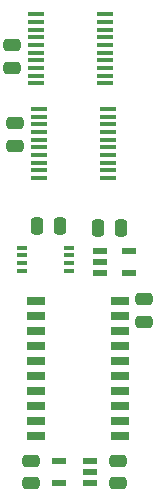
<source format=gtp>
%TF.GenerationSoftware,KiCad,Pcbnew,8.0.4*%
%TF.CreationDate,2024-08-15T10:46:37+02:00*%
%TF.ProjectId,Comparator 10bit,436f6d70-6172-4617-946f-722031306269,V0*%
%TF.SameCoordinates,PX6d01460PY32de760*%
%TF.FileFunction,Paste,Top*%
%TF.FilePolarity,Positive*%
%FSLAX46Y46*%
G04 Gerber Fmt 4.6, Leading zero omitted, Abs format (unit mm)*
G04 Created by KiCad (PCBNEW 8.0.4) date 2024-08-15 10:46:37*
%MOMM*%
%LPD*%
G01*
G04 APERTURE LIST*
G04 Aperture macros list*
%AMRoundRect*
0 Rectangle with rounded corners*
0 $1 Rounding radius*
0 $2 $3 $4 $5 $6 $7 $8 $9 X,Y pos of 4 corners*
0 Add a 4 corners polygon primitive as box body*
4,1,4,$2,$3,$4,$5,$6,$7,$8,$9,$2,$3,0*
0 Add four circle primitives for the rounded corners*
1,1,$1+$1,$2,$3*
1,1,$1+$1,$4,$5*
1,1,$1+$1,$6,$7*
1,1,$1+$1,$8,$9*
0 Add four rect primitives between the rounded corners*
20,1,$1+$1,$2,$3,$4,$5,0*
20,1,$1+$1,$4,$5,$6,$7,0*
20,1,$1+$1,$6,$7,$8,$9,0*
20,1,$1+$1,$8,$9,$2,$3,0*%
G04 Aperture macros list end*
%ADD10R,1.250000X0.600000*%
%ADD11RoundRect,0.250000X0.475000X-0.250000X0.475000X0.250000X-0.475000X0.250000X-0.475000X-0.250000X0*%
%ADD12RoundRect,0.250000X0.250000X0.475000X-0.250000X0.475000X-0.250000X-0.475000X0.250000X-0.475000X0*%
%ADD13R,1.475000X0.450000*%
%ADD14R,1.550000X0.650000*%
%ADD15RoundRect,0.250000X-0.475000X0.250000X-0.475000X-0.250000X0.475000X-0.250000X0.475000X0.250000X0*%
%ADD16R,1.150000X0.600000*%
%ADD17R,0.950000X0.450000*%
G04 APERTURE END LIST*
D10*
%TO.C,IC2*%
X9418000Y-19370000D03*
X9418000Y-20320000D03*
X9418000Y-21270000D03*
X11918000Y-21270000D03*
X11918000Y-19370000D03*
%TD*%
D11*
%TO.C,C11*%
X2286000Y-10459000D03*
X2286000Y-8559000D03*
%TD*%
%TO.C,C5*%
X3586000Y-39034000D03*
X3586000Y-37134000D03*
%TD*%
D12*
%TO.C,C2*%
X11221000Y-17399000D03*
X9321000Y-17399000D03*
%TD*%
D13*
%TO.C,IC6*%
X9923000Y-5185000D03*
X9923000Y-4535000D03*
X9923000Y-3885000D03*
X9923000Y-3235000D03*
X9923000Y-2585000D03*
X9923000Y-1935000D03*
X9923000Y-1285000D03*
X9923000Y-635000D03*
X9923000Y15000D03*
X9923000Y665000D03*
X4047000Y665000D03*
X4047000Y15000D03*
X4047000Y-635000D03*
X4047000Y-1285000D03*
X4047000Y-1935000D03*
X4047000Y-2585000D03*
X4047000Y-3235000D03*
X4047000Y-3885000D03*
X4047000Y-4535000D03*
X4047000Y-5185000D03*
%TD*%
D11*
%TO.C,C4*%
X10952000Y-39034000D03*
X10952000Y-37134000D03*
%TD*%
D12*
%TO.C,C3*%
X6034000Y-17272000D03*
X4134000Y-17272000D03*
%TD*%
D14*
%TO.C,IC3*%
X4058000Y-23622000D03*
X4058000Y-24892000D03*
X4058000Y-26162000D03*
X4058000Y-27432000D03*
X4058000Y-28702000D03*
X4058000Y-29972000D03*
X4058000Y-31242000D03*
X4058000Y-32512000D03*
X4058000Y-33782000D03*
X4058000Y-35052000D03*
X11182000Y-35052000D03*
X11182000Y-33782000D03*
X11182000Y-32512000D03*
X11182000Y-31242000D03*
X11182000Y-29972000D03*
X11182000Y-28702000D03*
X11182000Y-27432000D03*
X11182000Y-26162000D03*
X11182000Y-24892000D03*
X11182000Y-23622000D03*
%TD*%
D13*
%TO.C,IC4*%
X10177000Y-13212000D03*
X10177000Y-12562000D03*
X10177000Y-11912000D03*
X10177000Y-11262000D03*
X10177000Y-10612000D03*
X10177000Y-9962000D03*
X10177000Y-9312000D03*
X10177000Y-8662000D03*
X10177000Y-8012000D03*
X10177000Y-7362000D03*
X4301000Y-7362000D03*
X4301000Y-8012000D03*
X4301000Y-8662000D03*
X4301000Y-9312000D03*
X4301000Y-9962000D03*
X4301000Y-10612000D03*
X4301000Y-11262000D03*
X4301000Y-11912000D03*
X4301000Y-12562000D03*
X4301000Y-13212000D03*
%TD*%
D15*
%TO.C,C12*%
X13208000Y-23450000D03*
X13208000Y-25350000D03*
%TD*%
D16*
%TO.C,IC5*%
X8569000Y-39050000D03*
X8569000Y-38100000D03*
X8569000Y-37150000D03*
X5969000Y-37150000D03*
X5969000Y-39050000D03*
%TD*%
D17*
%TO.C,IC1*%
X2851000Y-19091000D03*
X2851000Y-19741000D03*
X2851000Y-20391000D03*
X2851000Y-21041000D03*
X6801000Y-21041000D03*
X6801000Y-20391000D03*
X6801000Y-19741000D03*
X6801000Y-19091000D03*
%TD*%
D11*
%TO.C,C1*%
X2032000Y-3855000D03*
X2032000Y-1955000D03*
%TD*%
M02*

</source>
